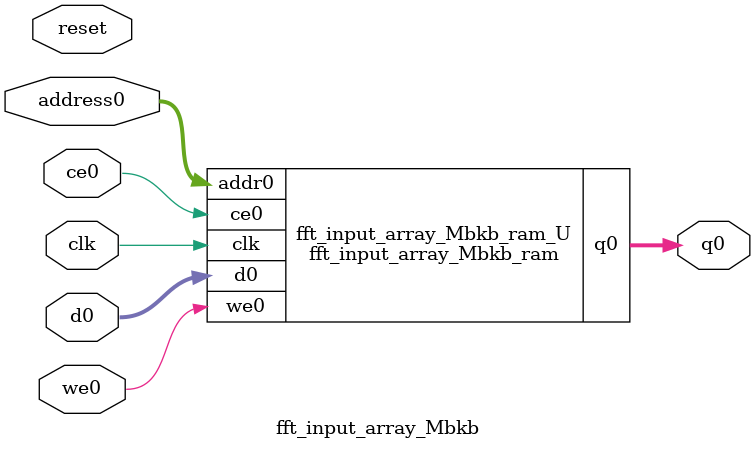
<source format=v>
`timescale 1 ns / 1 ps
module fft_input_array_Mbkb_ram (addr0, ce0, d0, we0, q0,  clk);

parameter DWIDTH = 32;
parameter AWIDTH = 3;
parameter MEM_SIZE = 8;

input[AWIDTH-1:0] addr0;
input ce0;
input[DWIDTH-1:0] d0;
input we0;
output reg[DWIDTH-1:0] q0;
input clk;

(* ram_style = "distributed" *)reg [DWIDTH-1:0] ram[0:MEM_SIZE-1];




always @(posedge clk)  
begin 
    if (ce0) 
    begin
        if (we0) 
        begin 
            ram[addr0] <= d0; 
        end 
        q0 <= ram[addr0];
    end
end


endmodule

`timescale 1 ns / 1 ps
module fft_input_array_Mbkb(
    reset,
    clk,
    address0,
    ce0,
    we0,
    d0,
    q0);

parameter DataWidth = 32'd32;
parameter AddressRange = 32'd8;
parameter AddressWidth = 32'd3;
input reset;
input clk;
input[AddressWidth - 1:0] address0;
input ce0;
input we0;
input[DataWidth - 1:0] d0;
output[DataWidth - 1:0] q0;



fft_input_array_Mbkb_ram fft_input_array_Mbkb_ram_U(
    .clk( clk ),
    .addr0( address0 ),
    .ce0( ce0 ),
    .we0( we0 ),
    .d0( d0 ),
    .q0( q0 ));

endmodule


</source>
